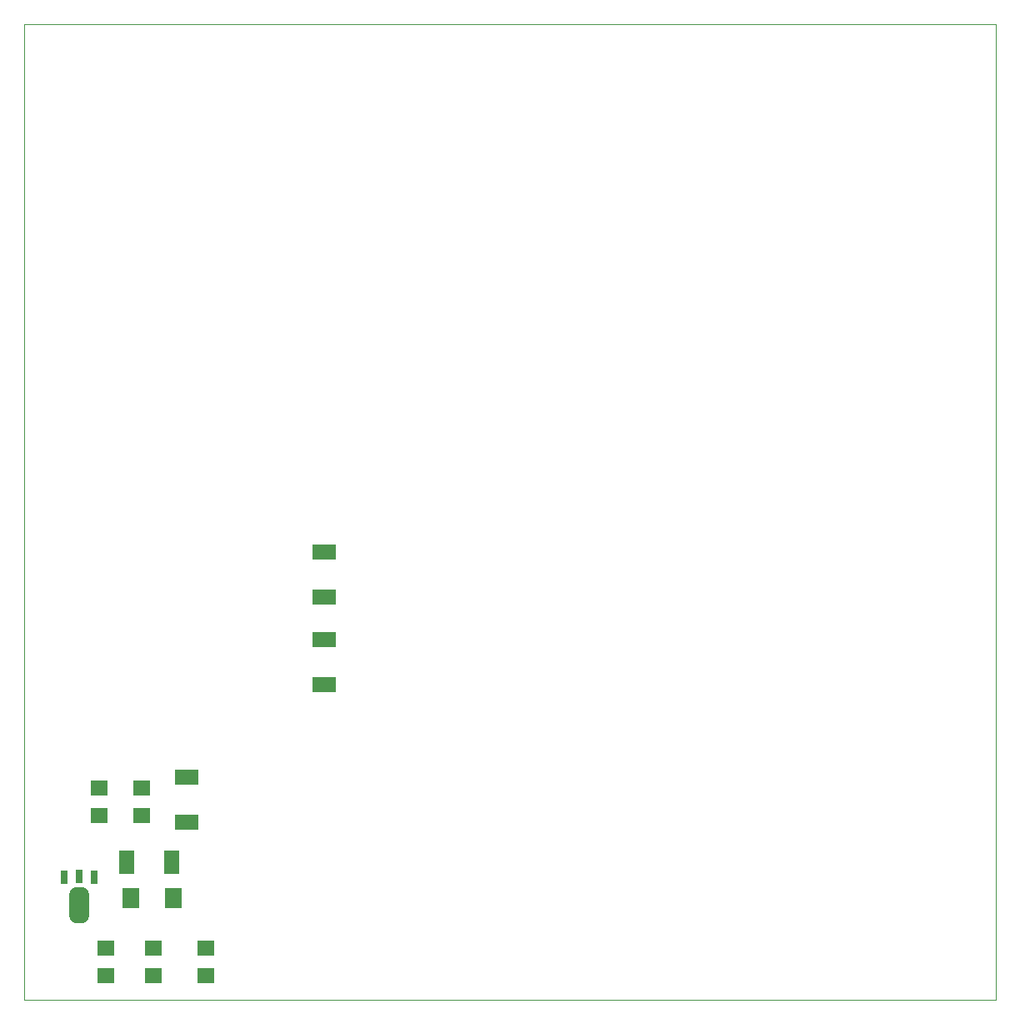
<source format=gbp>
G75*
%MOIN*%
%OFA0B0*%
%FSLAX24Y24*%
%IPPOS*%
%LPD*%
%AMOC8*
5,1,8,0,0,1.08239X$1,22.5*
%
%ADD10C,0.0000*%
%ADD11R,0.0709X0.0630*%
%ADD12R,0.0700X0.0800*%
%ADD13R,0.0315X0.0551*%
%ADD14C,0.0600*%
%ADD15R,0.0945X0.0591*%
%ADD16R,0.0591X0.0945*%
D10*
X000535Y000450D02*
X000535Y039446D01*
X039405Y039446D01*
X039405Y000450D01*
X000535Y000450D01*
D11*
X003785Y001399D03*
X003785Y002501D03*
X005685Y002501D03*
X005685Y001399D03*
X007785Y001399D03*
X007785Y002501D03*
X005235Y007799D03*
X005235Y008901D03*
X003535Y008901D03*
X003535Y007799D03*
D12*
X004785Y004500D03*
X006485Y004500D03*
D13*
X003335Y005350D03*
X002735Y005380D03*
X002135Y005350D03*
D14*
X002635Y003812D02*
X002835Y003812D01*
X002635Y003812D02*
X002635Y004648D01*
X002835Y004648D01*
X002835Y003812D01*
X002835Y004411D02*
X002635Y004411D01*
D15*
X007035Y007544D03*
X007035Y009356D03*
X012535Y013044D03*
X012535Y014856D03*
X012535Y016544D03*
X012535Y018356D03*
D16*
X006441Y005950D03*
X004630Y005950D03*
M02*

</source>
